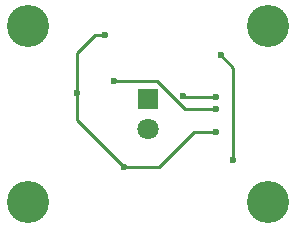
<source format=gbl>
%TF.GenerationSoftware,KiCad,Pcbnew,7.0.8-7.0.8~ubuntu22.04.1*%
%TF.CreationDate,2023-11-26T12:39:26-08:00*%
%TF.ProjectId,radial_16mA,72616469-616c-45f3-9136-6d412e6b6963,rev?*%
%TF.SameCoordinates,Original*%
%TF.FileFunction,Copper,L2,Bot*%
%TF.FilePolarity,Positive*%
%FSLAX46Y46*%
G04 Gerber Fmt 4.6, Leading zero omitted, Abs format (unit mm)*
G04 Created by KiCad (PCBNEW 7.0.8-7.0.8~ubuntu22.04.1) date 2023-11-26 12:39:26*
%MOMM*%
%LPD*%
G01*
G04 APERTURE LIST*
%TA.AperFunction,ComponentPad*%
%ADD10C,3.570000*%
%TD*%
%TA.AperFunction,ComponentPad*%
%ADD11R,1.800000X1.800000*%
%TD*%
%TA.AperFunction,ComponentPad*%
%ADD12C,1.800000*%
%TD*%
%TA.AperFunction,ViaPad*%
%ADD13C,0.600000*%
%TD*%
%TA.AperFunction,Conductor*%
%ADD14C,0.250000*%
%TD*%
G04 APERTURE END LIST*
D10*
%TO.P,M1,~*%
%TO.N,N/C*%
X52540000Y-52540000D03*
%TD*%
%TO.P,M2,~*%
%TO.N,N/C*%
X72860000Y-52540000D03*
%TD*%
%TO.P,M3,~*%
%TO.N,N/C*%
X72860000Y-67460000D03*
%TD*%
%TO.P,M4,~*%
%TO.N,N/C*%
X52540000Y-67460000D03*
%TD*%
D11*
%TO.P,D1,1,K*%
%TO.N,Net-(D1-K)*%
X62700000Y-58730000D03*
D12*
%TO.P,D1,2,A*%
%TO.N,Net-(D1-A)*%
X62700000Y-61270000D03*
%TD*%
D13*
%TO.N,GND*%
X60680600Y-64439800D03*
X56718200Y-58166000D03*
X59080400Y-53314600D03*
X68453000Y-61493400D03*
%TO.N,/SCL*%
X68453000Y-58490000D03*
X65659000Y-58470800D03*
%TO.N,/SDA*%
X59791600Y-57200800D03*
X68472931Y-59517669D03*
%TO.N,/5V*%
X69900800Y-63881000D03*
X68830000Y-54990000D03*
%TD*%
D14*
%TO.N,GND*%
X56718200Y-54838600D02*
X58242200Y-53314600D01*
X60680600Y-64439800D02*
X63601600Y-64439800D01*
X63601600Y-64439800D02*
X66548000Y-61493400D01*
X56718200Y-60477400D02*
X60680600Y-64439800D01*
X58242200Y-53314600D02*
X59080400Y-53314600D01*
X66548000Y-61493400D02*
X68453000Y-61493400D01*
X56718200Y-58166000D02*
X56718200Y-54838600D01*
X56718200Y-58166000D02*
X56718200Y-60477400D01*
%TO.N,/SCL*%
X68453000Y-58490000D02*
X65678200Y-58490000D01*
X65678200Y-58490000D02*
X65659000Y-58470800D01*
%TO.N,/SDA*%
X61449200Y-57200800D02*
X59791600Y-57200800D01*
X68472931Y-59517669D02*
X65791469Y-59517669D01*
X65791469Y-59517669D02*
X63463800Y-57190000D01*
X61460000Y-57190000D02*
X61449200Y-57200800D01*
X63463800Y-57190000D02*
X61460000Y-57190000D01*
%TO.N,/5V*%
X69900800Y-56083200D02*
X68830000Y-55012400D01*
X68830000Y-55012400D02*
X68830000Y-54990000D01*
X69900800Y-63881000D02*
X69900800Y-56083200D01*
%TD*%
M02*

</source>
